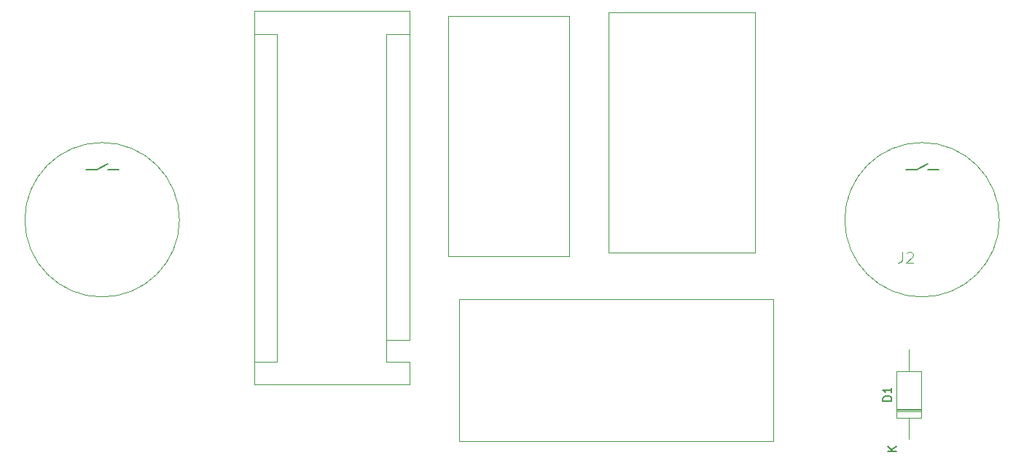
<source format=gbr>
%TF.GenerationSoftware,KiCad,Pcbnew,5.1.6-c6e7f7d~87~ubuntu18.04.1*%
%TF.CreationDate,2020-09-20T23:53:53-07:00*%
%TF.ProjectId,cad,6361642e-6b69-4636-9164-5f7063625858,rev?*%
%TF.SameCoordinates,Original*%
%TF.FileFunction,Legend,Top*%
%TF.FilePolarity,Positive*%
%FSLAX46Y46*%
G04 Gerber Fmt 4.6, Leading zero omitted, Abs format (unit mm)*
G04 Created by KiCad (PCBNEW 5.1.6-c6e7f7d~87~ubuntu18.04.1) date 2020-09-20 23:53:53*
%MOMM*%
%LPD*%
G01*
G04 APERTURE LIST*
%ADD10C,0.120000*%
%ADD11C,0.203200*%
%ADD12C,0.101600*%
%ADD13C,0.150000*%
G04 APERTURE END LIST*
D10*
%TO.C,D1*%
X198936000Y-121320000D02*
X201876000Y-121320000D01*
X198936000Y-121080000D02*
X201876000Y-121080000D01*
X198936000Y-121200000D02*
X201876000Y-121200000D01*
X200406000Y-114170000D02*
X200406000Y-116660000D01*
X200406000Y-124590000D02*
X200406000Y-122100000D01*
X198936000Y-116660000D02*
X198936000Y-122100000D01*
X201876000Y-116660000D02*
X198936000Y-116660000D01*
X201876000Y-122100000D02*
X201876000Y-116660000D01*
X198936000Y-122100000D02*
X201876000Y-122100000D01*
%TO.C,U1*%
X146900000Y-102830000D02*
X146900000Y-103330000D01*
X146900000Y-103330000D02*
X160900000Y-103330000D01*
X160900000Y-103330000D02*
X160900000Y-75330000D01*
X146900000Y-102830000D02*
X146900000Y-75330000D01*
X146900000Y-75330000D02*
X160900000Y-75330000D01*
%TO.C,U3*%
X148120000Y-124840000D02*
X184620000Y-124840000D01*
X148120000Y-108340000D02*
X148120000Y-124840000D01*
X184620000Y-108340000D02*
X184620000Y-124840000D01*
X148120000Y-108340000D02*
X184620000Y-108340000D01*
%TO.C,U2*%
X182490000Y-102900000D02*
X165490000Y-102900000D01*
X182490000Y-74900000D02*
X182490000Y-102900000D01*
X165490000Y-74900000D02*
X165490000Y-102900000D01*
X173990000Y-74900000D02*
X165490000Y-74900000D01*
X182490000Y-74900000D02*
X173990000Y-74900000D01*
X173990000Y-74900000D02*
X182490000Y-74900000D01*
%TO.C,A1*%
X124330000Y-118240000D02*
X142370000Y-118240000D01*
X124330000Y-74800000D02*
X124330000Y-118240000D01*
X142370000Y-74800000D02*
X124330000Y-74800000D01*
X139700000Y-77470000D02*
X142370000Y-77470000D01*
X139700000Y-113030000D02*
X139700000Y-77470000D01*
X139700000Y-113030000D02*
X142370000Y-113030000D01*
X127000000Y-77470000D02*
X124330000Y-77470000D01*
X127000000Y-115570000D02*
X127000000Y-77470000D01*
X127000000Y-115570000D02*
X124330000Y-115570000D01*
X142370000Y-118240000D02*
X142370000Y-115570000D01*
X142370000Y-113030000D02*
X142370000Y-74800000D01*
X139700000Y-115570000D02*
X142370000Y-115570000D01*
X139700000Y-113030000D02*
X139700000Y-115570000D01*
D11*
%TO.C,J1*%
X104775000Y-93220000D02*
X106045000Y-93220000D01*
X106045000Y-93220000D02*
X107315000Y-92585000D01*
X107315000Y-93220000D02*
X108585000Y-93220000D01*
D12*
X115660256Y-99060000D02*
G75*
G03*
X115660256Y-99060000I-8980256J0D01*
G01*
D11*
%TO.C,J2*%
X200025000Y-93220000D02*
X201295000Y-93220000D01*
X201295000Y-93220000D02*
X202565000Y-92585000D01*
X202565000Y-93220000D02*
X203835000Y-93220000D01*
D12*
X210910256Y-99060000D02*
G75*
G03*
X210910256Y-99060000I-8980256J0D01*
G01*
%TO.C,D1*%
D13*
X198388380Y-120118095D02*
X197388380Y-120118095D01*
X197388380Y-119880000D01*
X197436000Y-119737142D01*
X197531238Y-119641904D01*
X197626476Y-119594285D01*
X197816952Y-119546666D01*
X197959809Y-119546666D01*
X198150285Y-119594285D01*
X198245523Y-119641904D01*
X198340761Y-119737142D01*
X198388380Y-119880000D01*
X198388380Y-120118095D01*
X198388380Y-118594285D02*
X198388380Y-119165714D01*
X198388380Y-118880000D02*
X197388380Y-118880000D01*
X197531238Y-118975238D01*
X197626476Y-119070476D01*
X197674095Y-119165714D01*
X198958380Y-125991904D02*
X197958380Y-125991904D01*
X198958380Y-125420476D02*
X198386952Y-125849047D01*
X197958380Y-125420476D02*
X198529809Y-125991904D01*
%TO.C,J2*%
D12*
X199601666Y-102809523D02*
X199601666Y-103716666D01*
X199541190Y-103898095D01*
X199420238Y-104019047D01*
X199238809Y-104079523D01*
X199117857Y-104079523D01*
X200145952Y-102930476D02*
X200206428Y-102870000D01*
X200327380Y-102809523D01*
X200629761Y-102809523D01*
X200750714Y-102870000D01*
X200811190Y-102930476D01*
X200871666Y-103051428D01*
X200871666Y-103172380D01*
X200811190Y-103353809D01*
X200085476Y-104079523D01*
X200871666Y-104079523D01*
%TD*%
M02*

</source>
